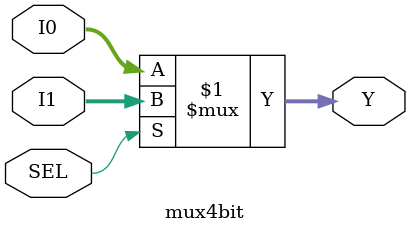
<source format=v>

module mux4bit (I1, I0, SEL, Y );

input [3:0] I1, I0;
input SEL;
output [3:0] Y;

assign Y= (SEL)? I1: I0 ; 

endmodule

</source>
